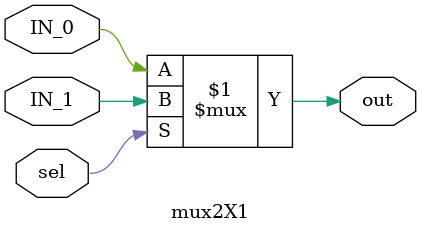
<source format=v>
module mux2X1(input wire IN_0,
	      input wire IN_1,
              input wire sel,
              output wire out);
    
    assign out = sel ? IN_1 : IN_0;
    
endmodule

</source>
